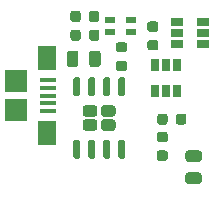
<source format=gtp>
%TF.GenerationSoftware,KiCad,Pcbnew,(5.1.6)-1*%
%TF.CreationDate,2020-09-20T19:32:56+01:00*%
%TF.ProjectId,batt,62617474-2e6b-4696-9361-645f70636258,rev?*%
%TF.SameCoordinates,Original*%
%TF.FileFunction,Paste,Top*%
%TF.FilePolarity,Positive*%
%FSLAX46Y46*%
G04 Gerber Fmt 4.6, Leading zero omitted, Abs format (unit mm)*
G04 Created by KiCad (PCBNEW (5.1.6)-1) date 2020-09-20 19:32:56*
%MOMM*%
%LPD*%
G01*
G04 APERTURE LIST*
%ADD10R,1.060000X0.650000*%
%ADD11R,0.850000X0.550000*%
%ADD12R,0.650000X1.060000*%
%ADD13R,1.600000X2.100000*%
%ADD14R,1.350000X0.400000*%
%ADD15R,1.900000X1.900000*%
G04 APERTURE END LIST*
D10*
%TO.C,U2*%
X77100000Y-44700000D03*
X77100000Y-45650000D03*
X77100000Y-43750000D03*
X79300000Y-43750000D03*
X79300000Y-44700000D03*
X79300000Y-45650000D03*
%TD*%
D11*
%TO.C,D1*%
X73175000Y-43575000D03*
X73175000Y-44625000D03*
X71425000Y-43575000D03*
X71425000Y-44625000D03*
%TD*%
%TO.C,U3*%
G36*
G01*
X69342500Y-52015000D02*
X70107500Y-52015000D01*
G75*
G02*
X70350000Y-52257500I0J-242500D01*
G01*
X70350000Y-52742500D01*
G75*
G02*
X70107500Y-52985000I-242500J0D01*
G01*
X69342500Y-52985000D01*
G75*
G02*
X69100000Y-52742500I0J242500D01*
G01*
X69100000Y-52257500D01*
G75*
G02*
X69342500Y-52015000I242500J0D01*
G01*
G37*
G36*
G01*
X70892500Y-52015000D02*
X71657500Y-52015000D01*
G75*
G02*
X71900000Y-52257500I0J-242500D01*
G01*
X71900000Y-52742500D01*
G75*
G02*
X71657500Y-52985000I-242500J0D01*
G01*
X70892500Y-52985000D01*
G75*
G02*
X70650000Y-52742500I0J242500D01*
G01*
X70650000Y-52257500D01*
G75*
G02*
X70892500Y-52015000I242500J0D01*
G01*
G37*
G36*
G01*
X69342500Y-50815000D02*
X70107500Y-50815000D01*
G75*
G02*
X70350000Y-51057500I0J-242500D01*
G01*
X70350000Y-51542500D01*
G75*
G02*
X70107500Y-51785000I-242500J0D01*
G01*
X69342500Y-51785000D01*
G75*
G02*
X69100000Y-51542500I0J242500D01*
G01*
X69100000Y-51057500D01*
G75*
G02*
X69342500Y-50815000I242500J0D01*
G01*
G37*
G36*
G01*
X70892500Y-50815000D02*
X71657500Y-50815000D01*
G75*
G02*
X71900000Y-51057500I0J-242500D01*
G01*
X71900000Y-51542500D01*
G75*
G02*
X71657500Y-51785000I-242500J0D01*
G01*
X70892500Y-51785000D01*
G75*
G02*
X70650000Y-51542500I0J242500D01*
G01*
X70650000Y-51057500D01*
G75*
G02*
X70892500Y-50815000I242500J0D01*
G01*
G37*
G36*
G01*
X72255000Y-53750000D02*
X72555000Y-53750000D01*
G75*
G02*
X72705000Y-53900000I0J-150000D01*
G01*
X72705000Y-55200000D01*
G75*
G02*
X72555000Y-55350000I-150000J0D01*
G01*
X72255000Y-55350000D01*
G75*
G02*
X72105000Y-55200000I0J150000D01*
G01*
X72105000Y-53900000D01*
G75*
G02*
X72255000Y-53750000I150000J0D01*
G01*
G37*
G36*
G01*
X70985000Y-53750000D02*
X71285000Y-53750000D01*
G75*
G02*
X71435000Y-53900000I0J-150000D01*
G01*
X71435000Y-55200000D01*
G75*
G02*
X71285000Y-55350000I-150000J0D01*
G01*
X70985000Y-55350000D01*
G75*
G02*
X70835000Y-55200000I0J150000D01*
G01*
X70835000Y-53900000D01*
G75*
G02*
X70985000Y-53750000I150000J0D01*
G01*
G37*
G36*
G01*
X69715000Y-53750000D02*
X70015000Y-53750000D01*
G75*
G02*
X70165000Y-53900000I0J-150000D01*
G01*
X70165000Y-55200000D01*
G75*
G02*
X70015000Y-55350000I-150000J0D01*
G01*
X69715000Y-55350000D01*
G75*
G02*
X69565000Y-55200000I0J150000D01*
G01*
X69565000Y-53900000D01*
G75*
G02*
X69715000Y-53750000I150000J0D01*
G01*
G37*
G36*
G01*
X68445000Y-53750000D02*
X68745000Y-53750000D01*
G75*
G02*
X68895000Y-53900000I0J-150000D01*
G01*
X68895000Y-55200000D01*
G75*
G02*
X68745000Y-55350000I-150000J0D01*
G01*
X68445000Y-55350000D01*
G75*
G02*
X68295000Y-55200000I0J150000D01*
G01*
X68295000Y-53900000D01*
G75*
G02*
X68445000Y-53750000I150000J0D01*
G01*
G37*
G36*
G01*
X68445000Y-48450000D02*
X68745000Y-48450000D01*
G75*
G02*
X68895000Y-48600000I0J-150000D01*
G01*
X68895000Y-49900000D01*
G75*
G02*
X68745000Y-50050000I-150000J0D01*
G01*
X68445000Y-50050000D01*
G75*
G02*
X68295000Y-49900000I0J150000D01*
G01*
X68295000Y-48600000D01*
G75*
G02*
X68445000Y-48450000I150000J0D01*
G01*
G37*
G36*
G01*
X69715000Y-48450000D02*
X70015000Y-48450000D01*
G75*
G02*
X70165000Y-48600000I0J-150000D01*
G01*
X70165000Y-49900000D01*
G75*
G02*
X70015000Y-50050000I-150000J0D01*
G01*
X69715000Y-50050000D01*
G75*
G02*
X69565000Y-49900000I0J150000D01*
G01*
X69565000Y-48600000D01*
G75*
G02*
X69715000Y-48450000I150000J0D01*
G01*
G37*
G36*
G01*
X70985000Y-48450000D02*
X71285000Y-48450000D01*
G75*
G02*
X71435000Y-48600000I0J-150000D01*
G01*
X71435000Y-49900000D01*
G75*
G02*
X71285000Y-50050000I-150000J0D01*
G01*
X70985000Y-50050000D01*
G75*
G02*
X70835000Y-49900000I0J150000D01*
G01*
X70835000Y-48600000D01*
G75*
G02*
X70985000Y-48450000I150000J0D01*
G01*
G37*
G36*
G01*
X72255000Y-48450000D02*
X72555000Y-48450000D01*
G75*
G02*
X72705000Y-48600000I0J-150000D01*
G01*
X72705000Y-49900000D01*
G75*
G02*
X72555000Y-50050000I-150000J0D01*
G01*
X72255000Y-50050000D01*
G75*
G02*
X72105000Y-49900000I0J150000D01*
G01*
X72105000Y-48600000D01*
G75*
G02*
X72255000Y-48450000I150000J0D01*
G01*
G37*
%TD*%
D12*
%TO.C,U1*%
X76150000Y-49600000D03*
X77100000Y-49600000D03*
X75200000Y-49600000D03*
X75200000Y-47400000D03*
X76150000Y-47400000D03*
X77100000Y-47400000D03*
%TD*%
%TO.C,R5*%
G36*
G01*
X72656250Y-46350000D02*
X72143750Y-46350000D01*
G75*
G02*
X71925000Y-46131250I0J218750D01*
G01*
X71925000Y-45693750D01*
G75*
G02*
X72143750Y-45475000I218750J0D01*
G01*
X72656250Y-45475000D01*
G75*
G02*
X72875000Y-45693750I0J-218750D01*
G01*
X72875000Y-46131250D01*
G75*
G02*
X72656250Y-46350000I-218750J0D01*
G01*
G37*
G36*
G01*
X72656250Y-47925000D02*
X72143750Y-47925000D01*
G75*
G02*
X71925000Y-47706250I0J218750D01*
G01*
X71925000Y-47268750D01*
G75*
G02*
X72143750Y-47050000I218750J0D01*
G01*
X72656250Y-47050000D01*
G75*
G02*
X72875000Y-47268750I0J-218750D01*
G01*
X72875000Y-47706250D01*
G75*
G02*
X72656250Y-47925000I-218750J0D01*
G01*
G37*
%TD*%
%TO.C,R4*%
G36*
G01*
X69650000Y-43556250D02*
X69650000Y-43043750D01*
G75*
G02*
X69868750Y-42825000I218750J0D01*
G01*
X70306250Y-42825000D01*
G75*
G02*
X70525000Y-43043750I0J-218750D01*
G01*
X70525000Y-43556250D01*
G75*
G02*
X70306250Y-43775000I-218750J0D01*
G01*
X69868750Y-43775000D01*
G75*
G02*
X69650000Y-43556250I0J218750D01*
G01*
G37*
G36*
G01*
X68075000Y-43556250D02*
X68075000Y-43043750D01*
G75*
G02*
X68293750Y-42825000I218750J0D01*
G01*
X68731250Y-42825000D01*
G75*
G02*
X68950000Y-43043750I0J-218750D01*
G01*
X68950000Y-43556250D01*
G75*
G02*
X68731250Y-43775000I-218750J0D01*
G01*
X68293750Y-43775000D01*
G75*
G02*
X68075000Y-43556250I0J218750D01*
G01*
G37*
%TD*%
%TO.C,R3*%
G36*
G01*
X69650000Y-45156250D02*
X69650000Y-44643750D01*
G75*
G02*
X69868750Y-44425000I218750J0D01*
G01*
X70306250Y-44425000D01*
G75*
G02*
X70525000Y-44643750I0J-218750D01*
G01*
X70525000Y-45156250D01*
G75*
G02*
X70306250Y-45375000I-218750J0D01*
G01*
X69868750Y-45375000D01*
G75*
G02*
X69650000Y-45156250I0J218750D01*
G01*
G37*
G36*
G01*
X68075000Y-45156250D02*
X68075000Y-44643750D01*
G75*
G02*
X68293750Y-44425000I218750J0D01*
G01*
X68731250Y-44425000D01*
G75*
G02*
X68950000Y-44643750I0J-218750D01*
G01*
X68950000Y-45156250D01*
G75*
G02*
X68731250Y-45375000I-218750J0D01*
G01*
X68293750Y-45375000D01*
G75*
G02*
X68075000Y-45156250I0J218750D01*
G01*
G37*
%TD*%
%TO.C,R2*%
G36*
G01*
X75306250Y-44600000D02*
X74793750Y-44600000D01*
G75*
G02*
X74575000Y-44381250I0J218750D01*
G01*
X74575000Y-43943750D01*
G75*
G02*
X74793750Y-43725000I218750J0D01*
G01*
X75306250Y-43725000D01*
G75*
G02*
X75525000Y-43943750I0J-218750D01*
G01*
X75525000Y-44381250D01*
G75*
G02*
X75306250Y-44600000I-218750J0D01*
G01*
G37*
G36*
G01*
X75306250Y-46175000D02*
X74793750Y-46175000D01*
G75*
G02*
X74575000Y-45956250I0J218750D01*
G01*
X74575000Y-45518750D01*
G75*
G02*
X74793750Y-45300000I218750J0D01*
G01*
X75306250Y-45300000D01*
G75*
G02*
X75525000Y-45518750I0J-218750D01*
G01*
X75525000Y-45956250D01*
G75*
G02*
X75306250Y-46175000I-218750J0D01*
G01*
G37*
%TD*%
%TO.C,R1*%
G36*
G01*
X75593750Y-54650000D02*
X76106250Y-54650000D01*
G75*
G02*
X76325000Y-54868750I0J-218750D01*
G01*
X76325000Y-55306250D01*
G75*
G02*
X76106250Y-55525000I-218750J0D01*
G01*
X75593750Y-55525000D01*
G75*
G02*
X75375000Y-55306250I0J218750D01*
G01*
X75375000Y-54868750D01*
G75*
G02*
X75593750Y-54650000I218750J0D01*
G01*
G37*
G36*
G01*
X75593750Y-53075000D02*
X76106250Y-53075000D01*
G75*
G02*
X76325000Y-53293750I0J-218750D01*
G01*
X76325000Y-53731250D01*
G75*
G02*
X76106250Y-53950000I-218750J0D01*
G01*
X75593750Y-53950000D01*
G75*
G02*
X75375000Y-53731250I0J218750D01*
G01*
X75375000Y-53293750D01*
G75*
G02*
X75593750Y-53075000I218750J0D01*
G01*
G37*
%TD*%
D13*
%TO.C,J7*%
X66050000Y-53150000D03*
X66050000Y-46850000D03*
D14*
X66175000Y-51300000D03*
X66175000Y-50650000D03*
X66175000Y-50000000D03*
X66175000Y-49350000D03*
X66175000Y-48700000D03*
D15*
X63500000Y-51200000D03*
X63500000Y-48800000D03*
%TD*%
%TO.C,C3*%
G36*
G01*
X78956250Y-55612500D02*
X78043750Y-55612500D01*
G75*
G02*
X77800000Y-55368750I0J243750D01*
G01*
X77800000Y-54881250D01*
G75*
G02*
X78043750Y-54637500I243750J0D01*
G01*
X78956250Y-54637500D01*
G75*
G02*
X79200000Y-54881250I0J-243750D01*
G01*
X79200000Y-55368750D01*
G75*
G02*
X78956250Y-55612500I-243750J0D01*
G01*
G37*
G36*
G01*
X78956250Y-57487500D02*
X78043750Y-57487500D01*
G75*
G02*
X77800000Y-57243750I0J243750D01*
G01*
X77800000Y-56756250D01*
G75*
G02*
X78043750Y-56512500I243750J0D01*
G01*
X78956250Y-56512500D01*
G75*
G02*
X79200000Y-56756250I0J-243750D01*
G01*
X79200000Y-57243750D01*
G75*
G02*
X78956250Y-57487500I-243750J0D01*
G01*
G37*
%TD*%
%TO.C,C2*%
G36*
G01*
X69650000Y-47356250D02*
X69650000Y-46443750D01*
G75*
G02*
X69893750Y-46200000I243750J0D01*
G01*
X70381250Y-46200000D01*
G75*
G02*
X70625000Y-46443750I0J-243750D01*
G01*
X70625000Y-47356250D01*
G75*
G02*
X70381250Y-47600000I-243750J0D01*
G01*
X69893750Y-47600000D01*
G75*
G02*
X69650000Y-47356250I0J243750D01*
G01*
G37*
G36*
G01*
X67775000Y-47356250D02*
X67775000Y-46443750D01*
G75*
G02*
X68018750Y-46200000I243750J0D01*
G01*
X68506250Y-46200000D01*
G75*
G02*
X68750000Y-46443750I0J-243750D01*
G01*
X68750000Y-47356250D01*
G75*
G02*
X68506250Y-47600000I-243750J0D01*
G01*
X68018750Y-47600000D01*
G75*
G02*
X67775000Y-47356250I0J243750D01*
G01*
G37*
%TD*%
%TO.C,C1*%
G36*
G01*
X77000000Y-52256250D02*
X77000000Y-51743750D01*
G75*
G02*
X77218750Y-51525000I218750J0D01*
G01*
X77656250Y-51525000D01*
G75*
G02*
X77875000Y-51743750I0J-218750D01*
G01*
X77875000Y-52256250D01*
G75*
G02*
X77656250Y-52475000I-218750J0D01*
G01*
X77218750Y-52475000D01*
G75*
G02*
X77000000Y-52256250I0J218750D01*
G01*
G37*
G36*
G01*
X75425000Y-52256250D02*
X75425000Y-51743750D01*
G75*
G02*
X75643750Y-51525000I218750J0D01*
G01*
X76081250Y-51525000D01*
G75*
G02*
X76300000Y-51743750I0J-218750D01*
G01*
X76300000Y-52256250D01*
G75*
G02*
X76081250Y-52475000I-218750J0D01*
G01*
X75643750Y-52475000D01*
G75*
G02*
X75425000Y-52256250I0J218750D01*
G01*
G37*
%TD*%
M02*

</source>
